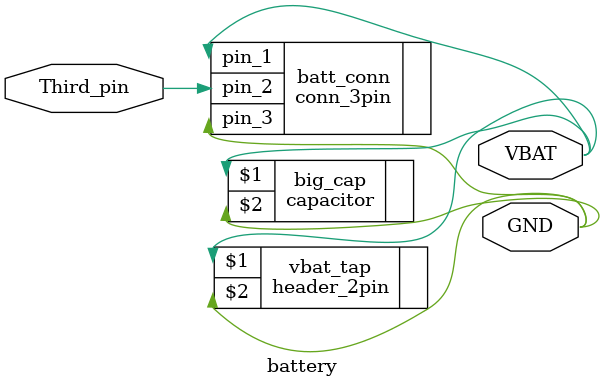
<source format=v>
/* battery or power supply connector */

module battery (VBAT, GND, Third_pin);

output VBAT, GND;
inout Third_pin;

conn_3pin batt_conn (.pin_1(VBAT),
		     .pin_2(Third_pin),
		     .pin_3(GND)
	);

capacitor big_cap (VBAT, GND);

/* VBAT tap for calibration measurements */
header_2pin vbat_tap (VBAT, GND);

endmodule

</source>
